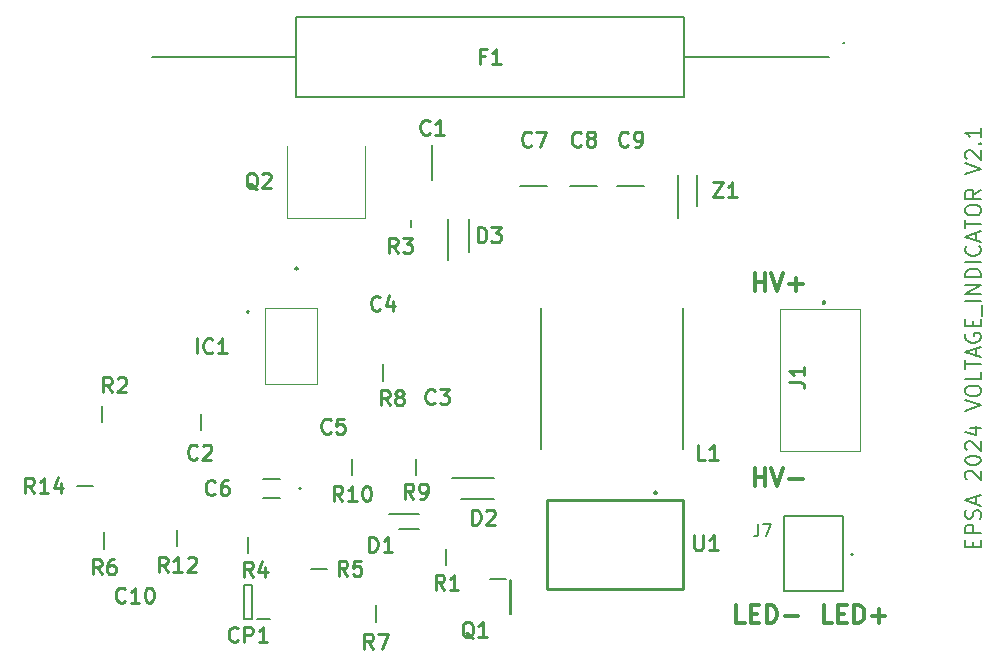
<source format=gbr>
%TF.GenerationSoftware,KiCad,Pcbnew,8.0.2*%
%TF.CreationDate,2024-09-26T14:02:11+02:00*%
%TF.ProjectId,Indicator_voltage,496e6469-6361-4746-9f72-5f766f6c7461,rev?*%
%TF.SameCoordinates,Original*%
%TF.FileFunction,Legend,Top*%
%TF.FilePolarity,Positive*%
%FSLAX46Y46*%
G04 Gerber Fmt 4.6, Leading zero omitted, Abs format (unit mm)*
G04 Created by KiCad (PCBNEW 8.0.2) date 2024-09-26 14:02:11*
%MOMM*%
%LPD*%
G01*
G04 APERTURE LIST*
%ADD10C,0.150000*%
%ADD11C,0.300000*%
%ADD12C,0.254000*%
%ADD13C,0.127000*%
%ADD14C,0.200000*%
%ADD15C,0.100000*%
G04 APERTURE END LIST*
D10*
X120952152Y-91991792D02*
X120952152Y-91558458D01*
X121633104Y-91372744D02*
X121633104Y-91991792D01*
X121633104Y-91991792D02*
X120333104Y-91991792D01*
X120333104Y-91991792D02*
X120333104Y-91372744D01*
X121633104Y-90815602D02*
X120333104Y-90815602D01*
X120333104Y-90815602D02*
X120333104Y-90320364D01*
X120333104Y-90320364D02*
X120395009Y-90196554D01*
X120395009Y-90196554D02*
X120456914Y-90134649D01*
X120456914Y-90134649D02*
X120580723Y-90072745D01*
X120580723Y-90072745D02*
X120766438Y-90072745D01*
X120766438Y-90072745D02*
X120890247Y-90134649D01*
X120890247Y-90134649D02*
X120952152Y-90196554D01*
X120952152Y-90196554D02*
X121014057Y-90320364D01*
X121014057Y-90320364D02*
X121014057Y-90815602D01*
X121571200Y-89577506D02*
X121633104Y-89391792D01*
X121633104Y-89391792D02*
X121633104Y-89082268D01*
X121633104Y-89082268D02*
X121571200Y-88958459D01*
X121571200Y-88958459D02*
X121509295Y-88896554D01*
X121509295Y-88896554D02*
X121385485Y-88834649D01*
X121385485Y-88834649D02*
X121261676Y-88834649D01*
X121261676Y-88834649D02*
X121137866Y-88896554D01*
X121137866Y-88896554D02*
X121075961Y-88958459D01*
X121075961Y-88958459D02*
X121014057Y-89082268D01*
X121014057Y-89082268D02*
X120952152Y-89329887D01*
X120952152Y-89329887D02*
X120890247Y-89453697D01*
X120890247Y-89453697D02*
X120828342Y-89515602D01*
X120828342Y-89515602D02*
X120704533Y-89577506D01*
X120704533Y-89577506D02*
X120580723Y-89577506D01*
X120580723Y-89577506D02*
X120456914Y-89515602D01*
X120456914Y-89515602D02*
X120395009Y-89453697D01*
X120395009Y-89453697D02*
X120333104Y-89329887D01*
X120333104Y-89329887D02*
X120333104Y-89020364D01*
X120333104Y-89020364D02*
X120395009Y-88834649D01*
X121261676Y-88339411D02*
X121261676Y-87720364D01*
X121633104Y-88463221D02*
X120333104Y-88029888D01*
X120333104Y-88029888D02*
X121633104Y-87596554D01*
X120456914Y-86234649D02*
X120395009Y-86172745D01*
X120395009Y-86172745D02*
X120333104Y-86048935D01*
X120333104Y-86048935D02*
X120333104Y-85739411D01*
X120333104Y-85739411D02*
X120395009Y-85615602D01*
X120395009Y-85615602D02*
X120456914Y-85553697D01*
X120456914Y-85553697D02*
X120580723Y-85491792D01*
X120580723Y-85491792D02*
X120704533Y-85491792D01*
X120704533Y-85491792D02*
X120890247Y-85553697D01*
X120890247Y-85553697D02*
X121633104Y-86296554D01*
X121633104Y-86296554D02*
X121633104Y-85491792D01*
X120333104Y-84687031D02*
X120333104Y-84563221D01*
X120333104Y-84563221D02*
X120395009Y-84439412D01*
X120395009Y-84439412D02*
X120456914Y-84377507D01*
X120456914Y-84377507D02*
X120580723Y-84315602D01*
X120580723Y-84315602D02*
X120828342Y-84253697D01*
X120828342Y-84253697D02*
X121137866Y-84253697D01*
X121137866Y-84253697D02*
X121385485Y-84315602D01*
X121385485Y-84315602D02*
X121509295Y-84377507D01*
X121509295Y-84377507D02*
X121571200Y-84439412D01*
X121571200Y-84439412D02*
X121633104Y-84563221D01*
X121633104Y-84563221D02*
X121633104Y-84687031D01*
X121633104Y-84687031D02*
X121571200Y-84810840D01*
X121571200Y-84810840D02*
X121509295Y-84872745D01*
X121509295Y-84872745D02*
X121385485Y-84934650D01*
X121385485Y-84934650D02*
X121137866Y-84996554D01*
X121137866Y-84996554D02*
X120828342Y-84996554D01*
X120828342Y-84996554D02*
X120580723Y-84934650D01*
X120580723Y-84934650D02*
X120456914Y-84872745D01*
X120456914Y-84872745D02*
X120395009Y-84810840D01*
X120395009Y-84810840D02*
X120333104Y-84687031D01*
X120456914Y-83758459D02*
X120395009Y-83696555D01*
X120395009Y-83696555D02*
X120333104Y-83572745D01*
X120333104Y-83572745D02*
X120333104Y-83263221D01*
X120333104Y-83263221D02*
X120395009Y-83139412D01*
X120395009Y-83139412D02*
X120456914Y-83077507D01*
X120456914Y-83077507D02*
X120580723Y-83015602D01*
X120580723Y-83015602D02*
X120704533Y-83015602D01*
X120704533Y-83015602D02*
X120890247Y-83077507D01*
X120890247Y-83077507D02*
X121633104Y-83820364D01*
X121633104Y-83820364D02*
X121633104Y-83015602D01*
X120766438Y-81901317D02*
X121633104Y-81901317D01*
X120271200Y-82210841D02*
X121199771Y-82520364D01*
X121199771Y-82520364D02*
X121199771Y-81715603D01*
X120333104Y-80415603D02*
X121633104Y-79982270D01*
X121633104Y-79982270D02*
X120333104Y-79548936D01*
X120333104Y-78867984D02*
X120333104Y-78620365D01*
X120333104Y-78620365D02*
X120395009Y-78496555D01*
X120395009Y-78496555D02*
X120518819Y-78372746D01*
X120518819Y-78372746D02*
X120766438Y-78310841D01*
X120766438Y-78310841D02*
X121199771Y-78310841D01*
X121199771Y-78310841D02*
X121447390Y-78372746D01*
X121447390Y-78372746D02*
X121571200Y-78496555D01*
X121571200Y-78496555D02*
X121633104Y-78620365D01*
X121633104Y-78620365D02*
X121633104Y-78867984D01*
X121633104Y-78867984D02*
X121571200Y-78991793D01*
X121571200Y-78991793D02*
X121447390Y-79115603D01*
X121447390Y-79115603D02*
X121199771Y-79177507D01*
X121199771Y-79177507D02*
X120766438Y-79177507D01*
X120766438Y-79177507D02*
X120518819Y-79115603D01*
X120518819Y-79115603D02*
X120395009Y-78991793D01*
X120395009Y-78991793D02*
X120333104Y-78867984D01*
X121633104Y-77134650D02*
X121633104Y-77753698D01*
X121633104Y-77753698D02*
X120333104Y-77753698D01*
X120333104Y-76887031D02*
X120333104Y-76144174D01*
X121633104Y-76515602D02*
X120333104Y-76515602D01*
X121261676Y-75772745D02*
X121261676Y-75153698D01*
X121633104Y-75896555D02*
X120333104Y-75463222D01*
X120333104Y-75463222D02*
X121633104Y-75029888D01*
X120395009Y-73915602D02*
X120333104Y-74039412D01*
X120333104Y-74039412D02*
X120333104Y-74225126D01*
X120333104Y-74225126D02*
X120395009Y-74410840D01*
X120395009Y-74410840D02*
X120518819Y-74534650D01*
X120518819Y-74534650D02*
X120642628Y-74596555D01*
X120642628Y-74596555D02*
X120890247Y-74658459D01*
X120890247Y-74658459D02*
X121075961Y-74658459D01*
X121075961Y-74658459D02*
X121323580Y-74596555D01*
X121323580Y-74596555D02*
X121447390Y-74534650D01*
X121447390Y-74534650D02*
X121571200Y-74410840D01*
X121571200Y-74410840D02*
X121633104Y-74225126D01*
X121633104Y-74225126D02*
X121633104Y-74101317D01*
X121633104Y-74101317D02*
X121571200Y-73915602D01*
X121571200Y-73915602D02*
X121509295Y-73853698D01*
X121509295Y-73853698D02*
X121075961Y-73853698D01*
X121075961Y-73853698D02*
X121075961Y-74101317D01*
X120952152Y-73296555D02*
X120952152Y-72863221D01*
X121633104Y-72677507D02*
X121633104Y-73296555D01*
X121633104Y-73296555D02*
X120333104Y-73296555D01*
X120333104Y-73296555D02*
X120333104Y-72677507D01*
X121756914Y-72429889D02*
X121756914Y-71439412D01*
X121633104Y-71129889D02*
X120333104Y-71129889D01*
X121633104Y-70510841D02*
X120333104Y-70510841D01*
X120333104Y-70510841D02*
X121633104Y-69767984D01*
X121633104Y-69767984D02*
X120333104Y-69767984D01*
X121633104Y-69148936D02*
X120333104Y-69148936D01*
X120333104Y-69148936D02*
X120333104Y-68839412D01*
X120333104Y-68839412D02*
X120395009Y-68653698D01*
X120395009Y-68653698D02*
X120518819Y-68529888D01*
X120518819Y-68529888D02*
X120642628Y-68467983D01*
X120642628Y-68467983D02*
X120890247Y-68406079D01*
X120890247Y-68406079D02*
X121075961Y-68406079D01*
X121075961Y-68406079D02*
X121323580Y-68467983D01*
X121323580Y-68467983D02*
X121447390Y-68529888D01*
X121447390Y-68529888D02*
X121571200Y-68653698D01*
X121571200Y-68653698D02*
X121633104Y-68839412D01*
X121633104Y-68839412D02*
X121633104Y-69148936D01*
X121633104Y-67848936D02*
X120333104Y-67848936D01*
X121509295Y-66487031D02*
X121571200Y-66548935D01*
X121571200Y-66548935D02*
X121633104Y-66734650D01*
X121633104Y-66734650D02*
X121633104Y-66858459D01*
X121633104Y-66858459D02*
X121571200Y-67044173D01*
X121571200Y-67044173D02*
X121447390Y-67167983D01*
X121447390Y-67167983D02*
X121323580Y-67229888D01*
X121323580Y-67229888D02*
X121075961Y-67291792D01*
X121075961Y-67291792D02*
X120890247Y-67291792D01*
X120890247Y-67291792D02*
X120642628Y-67229888D01*
X120642628Y-67229888D02*
X120518819Y-67167983D01*
X120518819Y-67167983D02*
X120395009Y-67044173D01*
X120395009Y-67044173D02*
X120333104Y-66858459D01*
X120333104Y-66858459D02*
X120333104Y-66734650D01*
X120333104Y-66734650D02*
X120395009Y-66548935D01*
X120395009Y-66548935D02*
X120456914Y-66487031D01*
X121261676Y-65991792D02*
X121261676Y-65372745D01*
X121633104Y-66115602D02*
X120333104Y-65682269D01*
X120333104Y-65682269D02*
X121633104Y-65248935D01*
X120333104Y-65001316D02*
X120333104Y-64258459D01*
X121633104Y-64629887D02*
X120333104Y-64629887D01*
X120333104Y-63577507D02*
X120333104Y-63329888D01*
X120333104Y-63329888D02*
X120395009Y-63206078D01*
X120395009Y-63206078D02*
X120518819Y-63082269D01*
X120518819Y-63082269D02*
X120766438Y-63020364D01*
X120766438Y-63020364D02*
X121199771Y-63020364D01*
X121199771Y-63020364D02*
X121447390Y-63082269D01*
X121447390Y-63082269D02*
X121571200Y-63206078D01*
X121571200Y-63206078D02*
X121633104Y-63329888D01*
X121633104Y-63329888D02*
X121633104Y-63577507D01*
X121633104Y-63577507D02*
X121571200Y-63701316D01*
X121571200Y-63701316D02*
X121447390Y-63825126D01*
X121447390Y-63825126D02*
X121199771Y-63887030D01*
X121199771Y-63887030D02*
X120766438Y-63887030D01*
X120766438Y-63887030D02*
X120518819Y-63825126D01*
X120518819Y-63825126D02*
X120395009Y-63701316D01*
X120395009Y-63701316D02*
X120333104Y-63577507D01*
X121633104Y-61720364D02*
X121014057Y-62153697D01*
X121633104Y-62463221D02*
X120333104Y-62463221D01*
X120333104Y-62463221D02*
X120333104Y-61967983D01*
X120333104Y-61967983D02*
X120395009Y-61844173D01*
X120395009Y-61844173D02*
X120456914Y-61782268D01*
X120456914Y-61782268D02*
X120580723Y-61720364D01*
X120580723Y-61720364D02*
X120766438Y-61720364D01*
X120766438Y-61720364D02*
X120890247Y-61782268D01*
X120890247Y-61782268D02*
X120952152Y-61844173D01*
X120952152Y-61844173D02*
X121014057Y-61967983D01*
X121014057Y-61967983D02*
X121014057Y-62463221D01*
X120333104Y-60358459D02*
X121633104Y-59925126D01*
X121633104Y-59925126D02*
X120333104Y-59491792D01*
X120456914Y-59120363D02*
X120395009Y-59058459D01*
X120395009Y-59058459D02*
X120333104Y-58934649D01*
X120333104Y-58934649D02*
X120333104Y-58625125D01*
X120333104Y-58625125D02*
X120395009Y-58501316D01*
X120395009Y-58501316D02*
X120456914Y-58439411D01*
X120456914Y-58439411D02*
X120580723Y-58377506D01*
X120580723Y-58377506D02*
X120704533Y-58377506D01*
X120704533Y-58377506D02*
X120890247Y-58439411D01*
X120890247Y-58439411D02*
X121633104Y-59182268D01*
X121633104Y-59182268D02*
X121633104Y-58377506D01*
X121509295Y-57820364D02*
X121571200Y-57758459D01*
X121571200Y-57758459D02*
X121633104Y-57820364D01*
X121633104Y-57820364D02*
X121571200Y-57882268D01*
X121571200Y-57882268D02*
X121509295Y-57820364D01*
X121509295Y-57820364D02*
X121633104Y-57820364D01*
X121633104Y-56520363D02*
X121633104Y-57263220D01*
X121633104Y-56891792D02*
X120333104Y-56891792D01*
X120333104Y-56891792D02*
X120518819Y-57015601D01*
X120518819Y-57015601D02*
X120642628Y-57139411D01*
X120642628Y-57139411D02*
X120704533Y-57263220D01*
D11*
X102554510Y-70300828D02*
X102554510Y-68800828D01*
X102554510Y-69515114D02*
X103411653Y-69515114D01*
X103411653Y-70300828D02*
X103411653Y-68800828D01*
X103911654Y-68800828D02*
X104411654Y-70300828D01*
X104411654Y-70300828D02*
X104911654Y-68800828D01*
X105411653Y-69729400D02*
X106554511Y-69729400D01*
X105983082Y-70300828D02*
X105983082Y-69157971D01*
X109068796Y-98400828D02*
X108354510Y-98400828D01*
X108354510Y-98400828D02*
X108354510Y-96900828D01*
X109568796Y-97615114D02*
X110068796Y-97615114D01*
X110283082Y-98400828D02*
X109568796Y-98400828D01*
X109568796Y-98400828D02*
X109568796Y-96900828D01*
X109568796Y-96900828D02*
X110283082Y-96900828D01*
X110925939Y-98400828D02*
X110925939Y-96900828D01*
X110925939Y-96900828D02*
X111283082Y-96900828D01*
X111283082Y-96900828D02*
X111497368Y-96972257D01*
X111497368Y-96972257D02*
X111640225Y-97115114D01*
X111640225Y-97115114D02*
X111711654Y-97257971D01*
X111711654Y-97257971D02*
X111783082Y-97543685D01*
X111783082Y-97543685D02*
X111783082Y-97757971D01*
X111783082Y-97757971D02*
X111711654Y-98043685D01*
X111711654Y-98043685D02*
X111640225Y-98186542D01*
X111640225Y-98186542D02*
X111497368Y-98329400D01*
X111497368Y-98329400D02*
X111283082Y-98400828D01*
X111283082Y-98400828D02*
X110925939Y-98400828D01*
X112425939Y-97829400D02*
X113568797Y-97829400D01*
X112997368Y-98400828D02*
X112997368Y-97257971D01*
X101668796Y-98400828D02*
X100954510Y-98400828D01*
X100954510Y-98400828D02*
X100954510Y-96900828D01*
X102168796Y-97615114D02*
X102668796Y-97615114D01*
X102883082Y-98400828D02*
X102168796Y-98400828D01*
X102168796Y-98400828D02*
X102168796Y-96900828D01*
X102168796Y-96900828D02*
X102883082Y-96900828D01*
X103525939Y-98400828D02*
X103525939Y-96900828D01*
X103525939Y-96900828D02*
X103883082Y-96900828D01*
X103883082Y-96900828D02*
X104097368Y-96972257D01*
X104097368Y-96972257D02*
X104240225Y-97115114D01*
X104240225Y-97115114D02*
X104311654Y-97257971D01*
X104311654Y-97257971D02*
X104383082Y-97543685D01*
X104383082Y-97543685D02*
X104383082Y-97757971D01*
X104383082Y-97757971D02*
X104311654Y-98043685D01*
X104311654Y-98043685D02*
X104240225Y-98186542D01*
X104240225Y-98186542D02*
X104097368Y-98329400D01*
X104097368Y-98329400D02*
X103883082Y-98400828D01*
X103883082Y-98400828D02*
X103525939Y-98400828D01*
X105025939Y-97829400D02*
X106168797Y-97829400D01*
X102554510Y-86800828D02*
X102554510Y-85300828D01*
X102554510Y-86015114D02*
X103411653Y-86015114D01*
X103411653Y-86800828D02*
X103411653Y-85300828D01*
X103911654Y-85300828D02*
X104411654Y-86800828D01*
X104411654Y-86800828D02*
X104911654Y-85300828D01*
X105411653Y-86229400D02*
X106554511Y-86229400D01*
D12*
X49183571Y-96553365D02*
X49123095Y-96613842D01*
X49123095Y-96613842D02*
X48941666Y-96674318D01*
X48941666Y-96674318D02*
X48820714Y-96674318D01*
X48820714Y-96674318D02*
X48639285Y-96613842D01*
X48639285Y-96613842D02*
X48518333Y-96492889D01*
X48518333Y-96492889D02*
X48457856Y-96371937D01*
X48457856Y-96371937D02*
X48397380Y-96130032D01*
X48397380Y-96130032D02*
X48397380Y-95948603D01*
X48397380Y-95948603D02*
X48457856Y-95706699D01*
X48457856Y-95706699D02*
X48518333Y-95585746D01*
X48518333Y-95585746D02*
X48639285Y-95464794D01*
X48639285Y-95464794D02*
X48820714Y-95404318D01*
X48820714Y-95404318D02*
X48941666Y-95404318D01*
X48941666Y-95404318D02*
X49123095Y-95464794D01*
X49123095Y-95464794D02*
X49183571Y-95525270D01*
X50393095Y-96674318D02*
X49667380Y-96674318D01*
X50030237Y-96674318D02*
X50030237Y-95404318D01*
X50030237Y-95404318D02*
X49909285Y-95585746D01*
X49909285Y-95585746D02*
X49788333Y-95706699D01*
X49788333Y-95706699D02*
X49667380Y-95767175D01*
X51179285Y-95404318D02*
X51300238Y-95404318D01*
X51300238Y-95404318D02*
X51421190Y-95464794D01*
X51421190Y-95464794D02*
X51481666Y-95525270D01*
X51481666Y-95525270D02*
X51542142Y-95646222D01*
X51542142Y-95646222D02*
X51602619Y-95888127D01*
X51602619Y-95888127D02*
X51602619Y-96190508D01*
X51602619Y-96190508D02*
X51542142Y-96432413D01*
X51542142Y-96432413D02*
X51481666Y-96553365D01*
X51481666Y-96553365D02*
X51421190Y-96613842D01*
X51421190Y-96613842D02*
X51300238Y-96674318D01*
X51300238Y-96674318D02*
X51179285Y-96674318D01*
X51179285Y-96674318D02*
X51058333Y-96613842D01*
X51058333Y-96613842D02*
X50997857Y-96553365D01*
X50997857Y-96553365D02*
X50937380Y-96432413D01*
X50937380Y-96432413D02*
X50876904Y-96190508D01*
X50876904Y-96190508D02*
X50876904Y-95888127D01*
X50876904Y-95888127D02*
X50937380Y-95646222D01*
X50937380Y-95646222D02*
X50997857Y-95525270D01*
X50997857Y-95525270D02*
X51058333Y-95464794D01*
X51058333Y-95464794D02*
X51179285Y-95404318D01*
X75399956Y-79753365D02*
X75339480Y-79813842D01*
X75339480Y-79813842D02*
X75158051Y-79874318D01*
X75158051Y-79874318D02*
X75037099Y-79874318D01*
X75037099Y-79874318D02*
X74855670Y-79813842D01*
X74855670Y-79813842D02*
X74734718Y-79692889D01*
X74734718Y-79692889D02*
X74674241Y-79571937D01*
X74674241Y-79571937D02*
X74613765Y-79330032D01*
X74613765Y-79330032D02*
X74613765Y-79148603D01*
X74613765Y-79148603D02*
X74674241Y-78906699D01*
X74674241Y-78906699D02*
X74734718Y-78785746D01*
X74734718Y-78785746D02*
X74855670Y-78664794D01*
X74855670Y-78664794D02*
X75037099Y-78604318D01*
X75037099Y-78604318D02*
X75158051Y-78604318D01*
X75158051Y-78604318D02*
X75339480Y-78664794D01*
X75339480Y-78664794D02*
X75399956Y-78725270D01*
X75823289Y-78604318D02*
X76609480Y-78604318D01*
X76609480Y-78604318D02*
X76186146Y-79088127D01*
X76186146Y-79088127D02*
X76367575Y-79088127D01*
X76367575Y-79088127D02*
X76488527Y-79148603D01*
X76488527Y-79148603D02*
X76549003Y-79209080D01*
X76549003Y-79209080D02*
X76609480Y-79330032D01*
X76609480Y-79330032D02*
X76609480Y-79632413D01*
X76609480Y-79632413D02*
X76549003Y-79753365D01*
X76549003Y-79753365D02*
X76488527Y-79813842D01*
X76488527Y-79813842D02*
X76367575Y-79874318D01*
X76367575Y-79874318D02*
X76004718Y-79874318D01*
X76004718Y-79874318D02*
X75883765Y-79813842D01*
X75883765Y-79813842D02*
X75823289Y-79753365D01*
X98308333Y-84584318D02*
X97703571Y-84584318D01*
X97703571Y-84584318D02*
X97703571Y-83314318D01*
X99396905Y-84584318D02*
X98671190Y-84584318D01*
X99034047Y-84584318D02*
X99034047Y-83314318D01*
X99034047Y-83314318D02*
X98913095Y-83495746D01*
X98913095Y-83495746D02*
X98792143Y-83616699D01*
X98792143Y-83616699D02*
X98671190Y-83677175D01*
X55288333Y-84453365D02*
X55227857Y-84513842D01*
X55227857Y-84513842D02*
X55046428Y-84574318D01*
X55046428Y-84574318D02*
X54925476Y-84574318D01*
X54925476Y-84574318D02*
X54744047Y-84513842D01*
X54744047Y-84513842D02*
X54623095Y-84392889D01*
X54623095Y-84392889D02*
X54562618Y-84271937D01*
X54562618Y-84271937D02*
X54502142Y-84030032D01*
X54502142Y-84030032D02*
X54502142Y-83848603D01*
X54502142Y-83848603D02*
X54562618Y-83606699D01*
X54562618Y-83606699D02*
X54623095Y-83485746D01*
X54623095Y-83485746D02*
X54744047Y-83364794D01*
X54744047Y-83364794D02*
X54925476Y-83304318D01*
X54925476Y-83304318D02*
X55046428Y-83304318D01*
X55046428Y-83304318D02*
X55227857Y-83364794D01*
X55227857Y-83364794D02*
X55288333Y-83425270D01*
X55772142Y-83425270D02*
X55832618Y-83364794D01*
X55832618Y-83364794D02*
X55953571Y-83304318D01*
X55953571Y-83304318D02*
X56255952Y-83304318D01*
X56255952Y-83304318D02*
X56376904Y-83364794D01*
X56376904Y-83364794D02*
X56437380Y-83425270D01*
X56437380Y-83425270D02*
X56497857Y-83546222D01*
X56497857Y-83546222D02*
X56497857Y-83667175D01*
X56497857Y-83667175D02*
X56437380Y-83848603D01*
X56437380Y-83848603D02*
X55711666Y-84574318D01*
X55711666Y-84574318D02*
X56497857Y-84574318D01*
X74988333Y-56953365D02*
X74927857Y-57013842D01*
X74927857Y-57013842D02*
X74746428Y-57074318D01*
X74746428Y-57074318D02*
X74625476Y-57074318D01*
X74625476Y-57074318D02*
X74444047Y-57013842D01*
X74444047Y-57013842D02*
X74323095Y-56892889D01*
X74323095Y-56892889D02*
X74262618Y-56771937D01*
X74262618Y-56771937D02*
X74202142Y-56530032D01*
X74202142Y-56530032D02*
X74202142Y-56348603D01*
X74202142Y-56348603D02*
X74262618Y-56106699D01*
X74262618Y-56106699D02*
X74323095Y-55985746D01*
X74323095Y-55985746D02*
X74444047Y-55864794D01*
X74444047Y-55864794D02*
X74625476Y-55804318D01*
X74625476Y-55804318D02*
X74746428Y-55804318D01*
X74746428Y-55804318D02*
X74927857Y-55864794D01*
X74927857Y-55864794D02*
X74988333Y-55925270D01*
X76197857Y-57074318D02*
X75472142Y-57074318D01*
X75834999Y-57074318D02*
X75834999Y-55804318D01*
X75834999Y-55804318D02*
X75714047Y-55985746D01*
X75714047Y-55985746D02*
X75593095Y-56106699D01*
X75593095Y-56106699D02*
X75472142Y-56167175D01*
X105444318Y-77986332D02*
X106351461Y-77986332D01*
X106351461Y-77986332D02*
X106532889Y-78046809D01*
X106532889Y-78046809D02*
X106653842Y-78167761D01*
X106653842Y-78167761D02*
X106714318Y-78349190D01*
X106714318Y-78349190D02*
X106714318Y-78470142D01*
X106714318Y-76716332D02*
X106714318Y-77442047D01*
X106714318Y-77079190D02*
X105444318Y-77079190D01*
X105444318Y-77079190D02*
X105625746Y-77200142D01*
X105625746Y-77200142D02*
X105746699Y-77321094D01*
X105746699Y-77321094D02*
X105807175Y-77442047D01*
X41483571Y-87374318D02*
X41060237Y-86769556D01*
X40757856Y-87374318D02*
X40757856Y-86104318D01*
X40757856Y-86104318D02*
X41241666Y-86104318D01*
X41241666Y-86104318D02*
X41362618Y-86164794D01*
X41362618Y-86164794D02*
X41423095Y-86225270D01*
X41423095Y-86225270D02*
X41483571Y-86346222D01*
X41483571Y-86346222D02*
X41483571Y-86527651D01*
X41483571Y-86527651D02*
X41423095Y-86648603D01*
X41423095Y-86648603D02*
X41362618Y-86709080D01*
X41362618Y-86709080D02*
X41241666Y-86769556D01*
X41241666Y-86769556D02*
X40757856Y-86769556D01*
X42693095Y-87374318D02*
X41967380Y-87374318D01*
X42330237Y-87374318D02*
X42330237Y-86104318D01*
X42330237Y-86104318D02*
X42209285Y-86285746D01*
X42209285Y-86285746D02*
X42088333Y-86406699D01*
X42088333Y-86406699D02*
X41967380Y-86467175D01*
X43781666Y-86527651D02*
X43781666Y-87374318D01*
X43479285Y-86043842D02*
X43176904Y-86950984D01*
X43176904Y-86950984D02*
X43963095Y-86950984D01*
X83588333Y-57953365D02*
X83527857Y-58013842D01*
X83527857Y-58013842D02*
X83346428Y-58074318D01*
X83346428Y-58074318D02*
X83225476Y-58074318D01*
X83225476Y-58074318D02*
X83044047Y-58013842D01*
X83044047Y-58013842D02*
X82923095Y-57892889D01*
X82923095Y-57892889D02*
X82862618Y-57771937D01*
X82862618Y-57771937D02*
X82802142Y-57530032D01*
X82802142Y-57530032D02*
X82802142Y-57348603D01*
X82802142Y-57348603D02*
X82862618Y-57106699D01*
X82862618Y-57106699D02*
X82923095Y-56985746D01*
X82923095Y-56985746D02*
X83044047Y-56864794D01*
X83044047Y-56864794D02*
X83225476Y-56804318D01*
X83225476Y-56804318D02*
X83346428Y-56804318D01*
X83346428Y-56804318D02*
X83527857Y-56864794D01*
X83527857Y-56864794D02*
X83588333Y-56925270D01*
X84011666Y-56804318D02*
X84858333Y-56804318D01*
X84858333Y-56804318D02*
X84314047Y-58074318D01*
X76200234Y-95574318D02*
X75776900Y-94969556D01*
X75474519Y-95574318D02*
X75474519Y-94304318D01*
X75474519Y-94304318D02*
X75958329Y-94304318D01*
X75958329Y-94304318D02*
X76079281Y-94364794D01*
X76079281Y-94364794D02*
X76139758Y-94425270D01*
X76139758Y-94425270D02*
X76200234Y-94546222D01*
X76200234Y-94546222D02*
X76200234Y-94727651D01*
X76200234Y-94727651D02*
X76139758Y-94848603D01*
X76139758Y-94848603D02*
X76079281Y-94909080D01*
X76079281Y-94909080D02*
X75958329Y-94969556D01*
X75958329Y-94969556D02*
X75474519Y-94969556D01*
X77409758Y-95574318D02*
X76684043Y-95574318D01*
X77046900Y-95574318D02*
X77046900Y-94304318D01*
X77046900Y-94304318D02*
X76925948Y-94485746D01*
X76925948Y-94485746D02*
X76804996Y-94606699D01*
X76804996Y-94606699D02*
X76684043Y-94667175D01*
X78562618Y-90074318D02*
X78562618Y-88804318D01*
X78562618Y-88804318D02*
X78864999Y-88804318D01*
X78864999Y-88804318D02*
X79046428Y-88864794D01*
X79046428Y-88864794D02*
X79167380Y-88985746D01*
X79167380Y-88985746D02*
X79227857Y-89106699D01*
X79227857Y-89106699D02*
X79288333Y-89348603D01*
X79288333Y-89348603D02*
X79288333Y-89530032D01*
X79288333Y-89530032D02*
X79227857Y-89771937D01*
X79227857Y-89771937D02*
X79167380Y-89892889D01*
X79167380Y-89892889D02*
X79046428Y-90013842D01*
X79046428Y-90013842D02*
X78864999Y-90074318D01*
X78864999Y-90074318D02*
X78562618Y-90074318D01*
X79772142Y-88925270D02*
X79832618Y-88864794D01*
X79832618Y-88864794D02*
X79953571Y-88804318D01*
X79953571Y-88804318D02*
X80255952Y-88804318D01*
X80255952Y-88804318D02*
X80376904Y-88864794D01*
X80376904Y-88864794D02*
X80437380Y-88925270D01*
X80437380Y-88925270D02*
X80497857Y-89046222D01*
X80497857Y-89046222D02*
X80497857Y-89167175D01*
X80497857Y-89167175D02*
X80437380Y-89348603D01*
X80437380Y-89348603D02*
X79711666Y-90074318D01*
X79711666Y-90074318D02*
X80497857Y-90074318D01*
D10*
X102806666Y-90054819D02*
X102806666Y-90769104D01*
X102806666Y-90769104D02*
X102759047Y-90911961D01*
X102759047Y-90911961D02*
X102663809Y-91007200D01*
X102663809Y-91007200D02*
X102520952Y-91054819D01*
X102520952Y-91054819D02*
X102425714Y-91054819D01*
X103187619Y-90054819D02*
X103854285Y-90054819D01*
X103854285Y-90054819D02*
X103425714Y-91054819D01*
D12*
X48088333Y-78874318D02*
X47664999Y-78269556D01*
X47362618Y-78874318D02*
X47362618Y-77604318D01*
X47362618Y-77604318D02*
X47846428Y-77604318D01*
X47846428Y-77604318D02*
X47967380Y-77664794D01*
X47967380Y-77664794D02*
X48027857Y-77725270D01*
X48027857Y-77725270D02*
X48088333Y-77846222D01*
X48088333Y-77846222D02*
X48088333Y-78027651D01*
X48088333Y-78027651D02*
X48027857Y-78148603D01*
X48027857Y-78148603D02*
X47967380Y-78209080D01*
X47967380Y-78209080D02*
X47846428Y-78269556D01*
X47846428Y-78269556D02*
X47362618Y-78269556D01*
X48572142Y-77725270D02*
X48632618Y-77664794D01*
X48632618Y-77664794D02*
X48753571Y-77604318D01*
X48753571Y-77604318D02*
X49055952Y-77604318D01*
X49055952Y-77604318D02*
X49176904Y-77664794D01*
X49176904Y-77664794D02*
X49237380Y-77725270D01*
X49237380Y-77725270D02*
X49297857Y-77846222D01*
X49297857Y-77846222D02*
X49297857Y-77967175D01*
X49297857Y-77967175D02*
X49237380Y-78148603D01*
X49237380Y-78148603D02*
X48511666Y-78874318D01*
X48511666Y-78874318D02*
X49297857Y-78874318D01*
X97377168Y-90973690D02*
X97377168Y-92001785D01*
X97377168Y-92001785D02*
X97437645Y-92122737D01*
X97437645Y-92122737D02*
X97498121Y-92183214D01*
X97498121Y-92183214D02*
X97619073Y-92243690D01*
X97619073Y-92243690D02*
X97860978Y-92243690D01*
X97860978Y-92243690D02*
X97981930Y-92183214D01*
X97981930Y-92183214D02*
X98042407Y-92122737D01*
X98042407Y-92122737D02*
X98102883Y-92001785D01*
X98102883Y-92001785D02*
X98102883Y-90973690D01*
X99372883Y-92243690D02*
X98647168Y-92243690D01*
X99010025Y-92243690D02*
X99010025Y-90973690D01*
X99010025Y-90973690D02*
X98889073Y-91155118D01*
X98889073Y-91155118D02*
X98768121Y-91276071D01*
X98768121Y-91276071D02*
X98647168Y-91336547D01*
X79062618Y-66174318D02*
X79062618Y-64904318D01*
X79062618Y-64904318D02*
X79364999Y-64904318D01*
X79364999Y-64904318D02*
X79546428Y-64964794D01*
X79546428Y-64964794D02*
X79667380Y-65085746D01*
X79667380Y-65085746D02*
X79727857Y-65206699D01*
X79727857Y-65206699D02*
X79788333Y-65448603D01*
X79788333Y-65448603D02*
X79788333Y-65630032D01*
X79788333Y-65630032D02*
X79727857Y-65871937D01*
X79727857Y-65871937D02*
X79667380Y-65992889D01*
X79667380Y-65992889D02*
X79546428Y-66113842D01*
X79546428Y-66113842D02*
X79364999Y-66174318D01*
X79364999Y-66174318D02*
X79062618Y-66174318D01*
X80211666Y-64904318D02*
X80997857Y-64904318D01*
X80997857Y-64904318D02*
X80574523Y-65388127D01*
X80574523Y-65388127D02*
X80755952Y-65388127D01*
X80755952Y-65388127D02*
X80876904Y-65448603D01*
X80876904Y-65448603D02*
X80937380Y-65509080D01*
X80937380Y-65509080D02*
X80997857Y-65630032D01*
X80997857Y-65630032D02*
X80997857Y-65932413D01*
X80997857Y-65932413D02*
X80937380Y-66053365D01*
X80937380Y-66053365D02*
X80876904Y-66113842D01*
X80876904Y-66113842D02*
X80755952Y-66174318D01*
X80755952Y-66174318D02*
X80393095Y-66174318D01*
X80393095Y-66174318D02*
X80272142Y-66113842D01*
X80272142Y-66113842D02*
X80211666Y-66053365D01*
X98971904Y-61104318D02*
X99818571Y-61104318D01*
X99818571Y-61104318D02*
X98971904Y-62374318D01*
X98971904Y-62374318D02*
X99818571Y-62374318D01*
X100967619Y-62374318D02*
X100241904Y-62374318D01*
X100604761Y-62374318D02*
X100604761Y-61104318D01*
X100604761Y-61104318D02*
X100483809Y-61285746D01*
X100483809Y-61285746D02*
X100362857Y-61406699D01*
X100362857Y-61406699D02*
X100241904Y-61467175D01*
X52795472Y-94074318D02*
X52372138Y-93469556D01*
X52069757Y-94074318D02*
X52069757Y-92804318D01*
X52069757Y-92804318D02*
X52553567Y-92804318D01*
X52553567Y-92804318D02*
X52674519Y-92864794D01*
X52674519Y-92864794D02*
X52734996Y-92925270D01*
X52734996Y-92925270D02*
X52795472Y-93046222D01*
X52795472Y-93046222D02*
X52795472Y-93227651D01*
X52795472Y-93227651D02*
X52734996Y-93348603D01*
X52734996Y-93348603D02*
X52674519Y-93409080D01*
X52674519Y-93409080D02*
X52553567Y-93469556D01*
X52553567Y-93469556D02*
X52069757Y-93469556D01*
X54004996Y-94074318D02*
X53279281Y-94074318D01*
X53642138Y-94074318D02*
X53642138Y-92804318D01*
X53642138Y-92804318D02*
X53521186Y-92985746D01*
X53521186Y-92985746D02*
X53400234Y-93106699D01*
X53400234Y-93106699D02*
X53279281Y-93167175D01*
X54488805Y-92925270D02*
X54549281Y-92864794D01*
X54549281Y-92864794D02*
X54670234Y-92804318D01*
X54670234Y-92804318D02*
X54972615Y-92804318D01*
X54972615Y-92804318D02*
X55093567Y-92864794D01*
X55093567Y-92864794D02*
X55154043Y-92925270D01*
X55154043Y-92925270D02*
X55214520Y-93046222D01*
X55214520Y-93046222D02*
X55214520Y-93167175D01*
X55214520Y-93167175D02*
X55154043Y-93348603D01*
X55154043Y-93348603D02*
X54428329Y-94074318D01*
X54428329Y-94074318D02*
X55214520Y-94074318D01*
X72288333Y-67074318D02*
X71864999Y-66469556D01*
X71562618Y-67074318D02*
X71562618Y-65804318D01*
X71562618Y-65804318D02*
X72046428Y-65804318D01*
X72046428Y-65804318D02*
X72167380Y-65864794D01*
X72167380Y-65864794D02*
X72227857Y-65925270D01*
X72227857Y-65925270D02*
X72288333Y-66046222D01*
X72288333Y-66046222D02*
X72288333Y-66227651D01*
X72288333Y-66227651D02*
X72227857Y-66348603D01*
X72227857Y-66348603D02*
X72167380Y-66409080D01*
X72167380Y-66409080D02*
X72046428Y-66469556D01*
X72046428Y-66469556D02*
X71562618Y-66469556D01*
X72711666Y-65804318D02*
X73497857Y-65804318D01*
X73497857Y-65804318D02*
X73074523Y-66288127D01*
X73074523Y-66288127D02*
X73255952Y-66288127D01*
X73255952Y-66288127D02*
X73376904Y-66348603D01*
X73376904Y-66348603D02*
X73437380Y-66409080D01*
X73437380Y-66409080D02*
X73497857Y-66530032D01*
X73497857Y-66530032D02*
X73497857Y-66832413D01*
X73497857Y-66832413D02*
X73437380Y-66953365D01*
X73437380Y-66953365D02*
X73376904Y-67013842D01*
X73376904Y-67013842D02*
X73255952Y-67074318D01*
X73255952Y-67074318D02*
X72893095Y-67074318D01*
X72893095Y-67074318D02*
X72772142Y-67013842D01*
X72772142Y-67013842D02*
X72711666Y-66953365D01*
X71588333Y-79974318D02*
X71164999Y-79369556D01*
X70862618Y-79974318D02*
X70862618Y-78704318D01*
X70862618Y-78704318D02*
X71346428Y-78704318D01*
X71346428Y-78704318D02*
X71467380Y-78764794D01*
X71467380Y-78764794D02*
X71527857Y-78825270D01*
X71527857Y-78825270D02*
X71588333Y-78946222D01*
X71588333Y-78946222D02*
X71588333Y-79127651D01*
X71588333Y-79127651D02*
X71527857Y-79248603D01*
X71527857Y-79248603D02*
X71467380Y-79309080D01*
X71467380Y-79309080D02*
X71346428Y-79369556D01*
X71346428Y-79369556D02*
X70862618Y-79369556D01*
X72314047Y-79248603D02*
X72193095Y-79188127D01*
X72193095Y-79188127D02*
X72132618Y-79127651D01*
X72132618Y-79127651D02*
X72072142Y-79006699D01*
X72072142Y-79006699D02*
X72072142Y-78946222D01*
X72072142Y-78946222D02*
X72132618Y-78825270D01*
X72132618Y-78825270D02*
X72193095Y-78764794D01*
X72193095Y-78764794D02*
X72314047Y-78704318D01*
X72314047Y-78704318D02*
X72555952Y-78704318D01*
X72555952Y-78704318D02*
X72676904Y-78764794D01*
X72676904Y-78764794D02*
X72737380Y-78825270D01*
X72737380Y-78825270D02*
X72797857Y-78946222D01*
X72797857Y-78946222D02*
X72797857Y-79006699D01*
X72797857Y-79006699D02*
X72737380Y-79127651D01*
X72737380Y-79127651D02*
X72676904Y-79188127D01*
X72676904Y-79188127D02*
X72555952Y-79248603D01*
X72555952Y-79248603D02*
X72314047Y-79248603D01*
X72314047Y-79248603D02*
X72193095Y-79309080D01*
X72193095Y-79309080D02*
X72132618Y-79369556D01*
X72132618Y-79369556D02*
X72072142Y-79490508D01*
X72072142Y-79490508D02*
X72072142Y-79732413D01*
X72072142Y-79732413D02*
X72132618Y-79853365D01*
X72132618Y-79853365D02*
X72193095Y-79913842D01*
X72193095Y-79913842D02*
X72314047Y-79974318D01*
X72314047Y-79974318D02*
X72555952Y-79974318D01*
X72555952Y-79974318D02*
X72676904Y-79913842D01*
X72676904Y-79913842D02*
X72737380Y-79853365D01*
X72737380Y-79853365D02*
X72797857Y-79732413D01*
X72797857Y-79732413D02*
X72797857Y-79490508D01*
X72797857Y-79490508D02*
X72737380Y-79369556D01*
X72737380Y-79369556D02*
X72676904Y-79309080D01*
X72676904Y-79309080D02*
X72555952Y-79248603D01*
X78679047Y-99695270D02*
X78558095Y-99634794D01*
X78558095Y-99634794D02*
X78437142Y-99513842D01*
X78437142Y-99513842D02*
X78255714Y-99332413D01*
X78255714Y-99332413D02*
X78134761Y-99271937D01*
X78134761Y-99271937D02*
X78013809Y-99271937D01*
X78074285Y-99574318D02*
X77953333Y-99513842D01*
X77953333Y-99513842D02*
X77832380Y-99392889D01*
X77832380Y-99392889D02*
X77771904Y-99150984D01*
X77771904Y-99150984D02*
X77771904Y-98727651D01*
X77771904Y-98727651D02*
X77832380Y-98485746D01*
X77832380Y-98485746D02*
X77953333Y-98364794D01*
X77953333Y-98364794D02*
X78074285Y-98304318D01*
X78074285Y-98304318D02*
X78316190Y-98304318D01*
X78316190Y-98304318D02*
X78437142Y-98364794D01*
X78437142Y-98364794D02*
X78558095Y-98485746D01*
X78558095Y-98485746D02*
X78618571Y-98727651D01*
X78618571Y-98727651D02*
X78618571Y-99150984D01*
X78618571Y-99150984D02*
X78558095Y-99392889D01*
X78558095Y-99392889D02*
X78437142Y-99513842D01*
X78437142Y-99513842D02*
X78316190Y-99574318D01*
X78316190Y-99574318D02*
X78074285Y-99574318D01*
X79828095Y-99574318D02*
X79102380Y-99574318D01*
X79465237Y-99574318D02*
X79465237Y-98304318D01*
X79465237Y-98304318D02*
X79344285Y-98485746D01*
X79344285Y-98485746D02*
X79223333Y-98606699D01*
X79223333Y-98606699D02*
X79102380Y-98667175D01*
X59988333Y-94474318D02*
X59564999Y-93869556D01*
X59262618Y-94474318D02*
X59262618Y-93204318D01*
X59262618Y-93204318D02*
X59746428Y-93204318D01*
X59746428Y-93204318D02*
X59867380Y-93264794D01*
X59867380Y-93264794D02*
X59927857Y-93325270D01*
X59927857Y-93325270D02*
X59988333Y-93446222D01*
X59988333Y-93446222D02*
X59988333Y-93627651D01*
X59988333Y-93627651D02*
X59927857Y-93748603D01*
X59927857Y-93748603D02*
X59867380Y-93809080D01*
X59867380Y-93809080D02*
X59746428Y-93869556D01*
X59746428Y-93869556D02*
X59262618Y-93869556D01*
X61076904Y-93627651D02*
X61076904Y-94474318D01*
X60774523Y-93143842D02*
X60472142Y-94050984D01*
X60472142Y-94050984D02*
X61258333Y-94050984D01*
X47200234Y-94274318D02*
X46776900Y-93669556D01*
X46474519Y-94274318D02*
X46474519Y-93004318D01*
X46474519Y-93004318D02*
X46958329Y-93004318D01*
X46958329Y-93004318D02*
X47079281Y-93064794D01*
X47079281Y-93064794D02*
X47139758Y-93125270D01*
X47139758Y-93125270D02*
X47200234Y-93246222D01*
X47200234Y-93246222D02*
X47200234Y-93427651D01*
X47200234Y-93427651D02*
X47139758Y-93548603D01*
X47139758Y-93548603D02*
X47079281Y-93609080D01*
X47079281Y-93609080D02*
X46958329Y-93669556D01*
X46958329Y-93669556D02*
X46474519Y-93669556D01*
X48288805Y-93004318D02*
X48046900Y-93004318D01*
X48046900Y-93004318D02*
X47925948Y-93064794D01*
X47925948Y-93064794D02*
X47865472Y-93125270D01*
X47865472Y-93125270D02*
X47744519Y-93306699D01*
X47744519Y-93306699D02*
X47684043Y-93548603D01*
X47684043Y-93548603D02*
X47684043Y-94032413D01*
X47684043Y-94032413D02*
X47744519Y-94153365D01*
X47744519Y-94153365D02*
X47804996Y-94213842D01*
X47804996Y-94213842D02*
X47925948Y-94274318D01*
X47925948Y-94274318D02*
X48167853Y-94274318D01*
X48167853Y-94274318D02*
X48288805Y-94213842D01*
X48288805Y-94213842D02*
X48349281Y-94153365D01*
X48349281Y-94153365D02*
X48409758Y-94032413D01*
X48409758Y-94032413D02*
X48409758Y-93730032D01*
X48409758Y-93730032D02*
X48349281Y-93609080D01*
X48349281Y-93609080D02*
X48288805Y-93548603D01*
X48288805Y-93548603D02*
X48167853Y-93488127D01*
X48167853Y-93488127D02*
X47925948Y-93488127D01*
X47925948Y-93488127D02*
X47804996Y-93548603D01*
X47804996Y-93548603D02*
X47744519Y-93609080D01*
X47744519Y-93609080D02*
X47684043Y-93730032D01*
X91788333Y-57953365D02*
X91727857Y-58013842D01*
X91727857Y-58013842D02*
X91546428Y-58074318D01*
X91546428Y-58074318D02*
X91425476Y-58074318D01*
X91425476Y-58074318D02*
X91244047Y-58013842D01*
X91244047Y-58013842D02*
X91123095Y-57892889D01*
X91123095Y-57892889D02*
X91062618Y-57771937D01*
X91062618Y-57771937D02*
X91002142Y-57530032D01*
X91002142Y-57530032D02*
X91002142Y-57348603D01*
X91002142Y-57348603D02*
X91062618Y-57106699D01*
X91062618Y-57106699D02*
X91123095Y-56985746D01*
X91123095Y-56985746D02*
X91244047Y-56864794D01*
X91244047Y-56864794D02*
X91425476Y-56804318D01*
X91425476Y-56804318D02*
X91546428Y-56804318D01*
X91546428Y-56804318D02*
X91727857Y-56864794D01*
X91727857Y-56864794D02*
X91788333Y-56925270D01*
X92393095Y-58074318D02*
X92634999Y-58074318D01*
X92634999Y-58074318D02*
X92755952Y-58013842D01*
X92755952Y-58013842D02*
X92816428Y-57953365D01*
X92816428Y-57953365D02*
X92937380Y-57771937D01*
X92937380Y-57771937D02*
X92997857Y-57530032D01*
X92997857Y-57530032D02*
X92997857Y-57046222D01*
X92997857Y-57046222D02*
X92937380Y-56925270D01*
X92937380Y-56925270D02*
X92876904Y-56864794D01*
X92876904Y-56864794D02*
X92755952Y-56804318D01*
X92755952Y-56804318D02*
X92514047Y-56804318D01*
X92514047Y-56804318D02*
X92393095Y-56864794D01*
X92393095Y-56864794D02*
X92332618Y-56925270D01*
X92332618Y-56925270D02*
X92272142Y-57046222D01*
X92272142Y-57046222D02*
X92272142Y-57348603D01*
X92272142Y-57348603D02*
X92332618Y-57469556D01*
X92332618Y-57469556D02*
X92393095Y-57530032D01*
X92393095Y-57530032D02*
X92514047Y-57590508D01*
X92514047Y-57590508D02*
X92755952Y-57590508D01*
X92755952Y-57590508D02*
X92876904Y-57530032D01*
X92876904Y-57530032D02*
X92937380Y-57469556D01*
X92937380Y-57469556D02*
X92997857Y-57348603D01*
X79656667Y-50409080D02*
X79233333Y-50409080D01*
X79233333Y-51074318D02*
X79233333Y-49804318D01*
X79233333Y-49804318D02*
X79838095Y-49804318D01*
X80987143Y-51074318D02*
X80261428Y-51074318D01*
X80624285Y-51074318D02*
X80624285Y-49804318D01*
X80624285Y-49804318D02*
X80503333Y-49985746D01*
X80503333Y-49985746D02*
X80382381Y-50106699D01*
X80382381Y-50106699D02*
X80261428Y-50167175D01*
X66588333Y-82253365D02*
X66527857Y-82313842D01*
X66527857Y-82313842D02*
X66346428Y-82374318D01*
X66346428Y-82374318D02*
X66225476Y-82374318D01*
X66225476Y-82374318D02*
X66044047Y-82313842D01*
X66044047Y-82313842D02*
X65923095Y-82192889D01*
X65923095Y-82192889D02*
X65862618Y-82071937D01*
X65862618Y-82071937D02*
X65802142Y-81830032D01*
X65802142Y-81830032D02*
X65802142Y-81648603D01*
X65802142Y-81648603D02*
X65862618Y-81406699D01*
X65862618Y-81406699D02*
X65923095Y-81285746D01*
X65923095Y-81285746D02*
X66044047Y-81164794D01*
X66044047Y-81164794D02*
X66225476Y-81104318D01*
X66225476Y-81104318D02*
X66346428Y-81104318D01*
X66346428Y-81104318D02*
X66527857Y-81164794D01*
X66527857Y-81164794D02*
X66588333Y-81225270D01*
X67737380Y-81104318D02*
X67132618Y-81104318D01*
X67132618Y-81104318D02*
X67072142Y-81709080D01*
X67072142Y-81709080D02*
X67132618Y-81648603D01*
X67132618Y-81648603D02*
X67253571Y-81588127D01*
X67253571Y-81588127D02*
X67555952Y-81588127D01*
X67555952Y-81588127D02*
X67676904Y-81648603D01*
X67676904Y-81648603D02*
X67737380Y-81709080D01*
X67737380Y-81709080D02*
X67797857Y-81830032D01*
X67797857Y-81830032D02*
X67797857Y-82132413D01*
X67797857Y-82132413D02*
X67737380Y-82253365D01*
X67737380Y-82253365D02*
X67676904Y-82313842D01*
X67676904Y-82313842D02*
X67555952Y-82374318D01*
X67555952Y-82374318D02*
X67253571Y-82374318D01*
X67253571Y-82374318D02*
X67132618Y-82313842D01*
X67132618Y-82313842D02*
X67072142Y-82253365D01*
X67988333Y-94386219D02*
X67564999Y-93781457D01*
X67262618Y-94386219D02*
X67262618Y-93116219D01*
X67262618Y-93116219D02*
X67746428Y-93116219D01*
X67746428Y-93116219D02*
X67867380Y-93176695D01*
X67867380Y-93176695D02*
X67927857Y-93237171D01*
X67927857Y-93237171D02*
X67988333Y-93358123D01*
X67988333Y-93358123D02*
X67988333Y-93539552D01*
X67988333Y-93539552D02*
X67927857Y-93660504D01*
X67927857Y-93660504D02*
X67867380Y-93720981D01*
X67867380Y-93720981D02*
X67746428Y-93781457D01*
X67746428Y-93781457D02*
X67262618Y-93781457D01*
X69137380Y-93116219D02*
X68532618Y-93116219D01*
X68532618Y-93116219D02*
X68472142Y-93720981D01*
X68472142Y-93720981D02*
X68532618Y-93660504D01*
X68532618Y-93660504D02*
X68653571Y-93600028D01*
X68653571Y-93600028D02*
X68955952Y-93600028D01*
X68955952Y-93600028D02*
X69076904Y-93660504D01*
X69076904Y-93660504D02*
X69137380Y-93720981D01*
X69137380Y-93720981D02*
X69197857Y-93841933D01*
X69197857Y-93841933D02*
X69197857Y-94144314D01*
X69197857Y-94144314D02*
X69137380Y-94265266D01*
X69137380Y-94265266D02*
X69076904Y-94325743D01*
X69076904Y-94325743D02*
X68955952Y-94386219D01*
X68955952Y-94386219D02*
X68653571Y-94386219D01*
X68653571Y-94386219D02*
X68532618Y-94325743D01*
X68532618Y-94325743D02*
X68472142Y-94265266D01*
X67595472Y-88074318D02*
X67172138Y-87469556D01*
X66869757Y-88074318D02*
X66869757Y-86804318D01*
X66869757Y-86804318D02*
X67353567Y-86804318D01*
X67353567Y-86804318D02*
X67474519Y-86864794D01*
X67474519Y-86864794D02*
X67534996Y-86925270D01*
X67534996Y-86925270D02*
X67595472Y-87046222D01*
X67595472Y-87046222D02*
X67595472Y-87227651D01*
X67595472Y-87227651D02*
X67534996Y-87348603D01*
X67534996Y-87348603D02*
X67474519Y-87409080D01*
X67474519Y-87409080D02*
X67353567Y-87469556D01*
X67353567Y-87469556D02*
X66869757Y-87469556D01*
X68804996Y-88074318D02*
X68079281Y-88074318D01*
X68442138Y-88074318D02*
X68442138Y-86804318D01*
X68442138Y-86804318D02*
X68321186Y-86985746D01*
X68321186Y-86985746D02*
X68200234Y-87106699D01*
X68200234Y-87106699D02*
X68079281Y-87167175D01*
X69591186Y-86804318D02*
X69712139Y-86804318D01*
X69712139Y-86804318D02*
X69833091Y-86864794D01*
X69833091Y-86864794D02*
X69893567Y-86925270D01*
X69893567Y-86925270D02*
X69954043Y-87046222D01*
X69954043Y-87046222D02*
X70014520Y-87288127D01*
X70014520Y-87288127D02*
X70014520Y-87590508D01*
X70014520Y-87590508D02*
X69954043Y-87832413D01*
X69954043Y-87832413D02*
X69893567Y-87953365D01*
X69893567Y-87953365D02*
X69833091Y-88013842D01*
X69833091Y-88013842D02*
X69712139Y-88074318D01*
X69712139Y-88074318D02*
X69591186Y-88074318D01*
X69591186Y-88074318D02*
X69470234Y-88013842D01*
X69470234Y-88013842D02*
X69409758Y-87953365D01*
X69409758Y-87953365D02*
X69349281Y-87832413D01*
X69349281Y-87832413D02*
X69288805Y-87590508D01*
X69288805Y-87590508D02*
X69288805Y-87288127D01*
X69288805Y-87288127D02*
X69349281Y-87046222D01*
X69349281Y-87046222D02*
X69409758Y-86925270D01*
X69409758Y-86925270D02*
X69470234Y-86864794D01*
X69470234Y-86864794D02*
X69591186Y-86804318D01*
X55260237Y-75574318D02*
X55260237Y-74304318D01*
X56590714Y-75453365D02*
X56530238Y-75513842D01*
X56530238Y-75513842D02*
X56348809Y-75574318D01*
X56348809Y-75574318D02*
X56227857Y-75574318D01*
X56227857Y-75574318D02*
X56046428Y-75513842D01*
X56046428Y-75513842D02*
X55925476Y-75392889D01*
X55925476Y-75392889D02*
X55864999Y-75271937D01*
X55864999Y-75271937D02*
X55804523Y-75030032D01*
X55804523Y-75030032D02*
X55804523Y-74848603D01*
X55804523Y-74848603D02*
X55864999Y-74606699D01*
X55864999Y-74606699D02*
X55925476Y-74485746D01*
X55925476Y-74485746D02*
X56046428Y-74364794D01*
X56046428Y-74364794D02*
X56227857Y-74304318D01*
X56227857Y-74304318D02*
X56348809Y-74304318D01*
X56348809Y-74304318D02*
X56530238Y-74364794D01*
X56530238Y-74364794D02*
X56590714Y-74425270D01*
X57800238Y-75574318D02*
X57074523Y-75574318D01*
X57437380Y-75574318D02*
X57437380Y-74304318D01*
X57437380Y-74304318D02*
X57316428Y-74485746D01*
X57316428Y-74485746D02*
X57195476Y-74606699D01*
X57195476Y-74606699D02*
X57074523Y-74667175D01*
X60379047Y-61695270D02*
X60258095Y-61634794D01*
X60258095Y-61634794D02*
X60137142Y-61513842D01*
X60137142Y-61513842D02*
X59955714Y-61332413D01*
X59955714Y-61332413D02*
X59834761Y-61271937D01*
X59834761Y-61271937D02*
X59713809Y-61271937D01*
X59774285Y-61574318D02*
X59653333Y-61513842D01*
X59653333Y-61513842D02*
X59532380Y-61392889D01*
X59532380Y-61392889D02*
X59471904Y-61150984D01*
X59471904Y-61150984D02*
X59471904Y-60727651D01*
X59471904Y-60727651D02*
X59532380Y-60485746D01*
X59532380Y-60485746D02*
X59653333Y-60364794D01*
X59653333Y-60364794D02*
X59774285Y-60304318D01*
X59774285Y-60304318D02*
X60016190Y-60304318D01*
X60016190Y-60304318D02*
X60137142Y-60364794D01*
X60137142Y-60364794D02*
X60258095Y-60485746D01*
X60258095Y-60485746D02*
X60318571Y-60727651D01*
X60318571Y-60727651D02*
X60318571Y-61150984D01*
X60318571Y-61150984D02*
X60258095Y-61392889D01*
X60258095Y-61392889D02*
X60137142Y-61513842D01*
X60137142Y-61513842D02*
X60016190Y-61574318D01*
X60016190Y-61574318D02*
X59774285Y-61574318D01*
X60802380Y-60425270D02*
X60862856Y-60364794D01*
X60862856Y-60364794D02*
X60983809Y-60304318D01*
X60983809Y-60304318D02*
X61286190Y-60304318D01*
X61286190Y-60304318D02*
X61407142Y-60364794D01*
X61407142Y-60364794D02*
X61467618Y-60425270D01*
X61467618Y-60425270D02*
X61528095Y-60546222D01*
X61528095Y-60546222D02*
X61528095Y-60667175D01*
X61528095Y-60667175D02*
X61467618Y-60848603D01*
X61467618Y-60848603D02*
X60741904Y-61574318D01*
X60741904Y-61574318D02*
X61528095Y-61574318D01*
X70176432Y-100574318D02*
X69753098Y-99969556D01*
X69450717Y-100574318D02*
X69450717Y-99304318D01*
X69450717Y-99304318D02*
X69934527Y-99304318D01*
X69934527Y-99304318D02*
X70055479Y-99364794D01*
X70055479Y-99364794D02*
X70115956Y-99425270D01*
X70115956Y-99425270D02*
X70176432Y-99546222D01*
X70176432Y-99546222D02*
X70176432Y-99727651D01*
X70176432Y-99727651D02*
X70115956Y-99848603D01*
X70115956Y-99848603D02*
X70055479Y-99909080D01*
X70055479Y-99909080D02*
X69934527Y-99969556D01*
X69934527Y-99969556D02*
X69450717Y-99969556D01*
X70599765Y-99304318D02*
X71446432Y-99304318D01*
X71446432Y-99304318D02*
X70902146Y-100574318D01*
X56788333Y-87453365D02*
X56727857Y-87513842D01*
X56727857Y-87513842D02*
X56546428Y-87574318D01*
X56546428Y-87574318D02*
X56425476Y-87574318D01*
X56425476Y-87574318D02*
X56244047Y-87513842D01*
X56244047Y-87513842D02*
X56123095Y-87392889D01*
X56123095Y-87392889D02*
X56062618Y-87271937D01*
X56062618Y-87271937D02*
X56002142Y-87030032D01*
X56002142Y-87030032D02*
X56002142Y-86848603D01*
X56002142Y-86848603D02*
X56062618Y-86606699D01*
X56062618Y-86606699D02*
X56123095Y-86485746D01*
X56123095Y-86485746D02*
X56244047Y-86364794D01*
X56244047Y-86364794D02*
X56425476Y-86304318D01*
X56425476Y-86304318D02*
X56546428Y-86304318D01*
X56546428Y-86304318D02*
X56727857Y-86364794D01*
X56727857Y-86364794D02*
X56788333Y-86425270D01*
X57876904Y-86304318D02*
X57634999Y-86304318D01*
X57634999Y-86304318D02*
X57514047Y-86364794D01*
X57514047Y-86364794D02*
X57453571Y-86425270D01*
X57453571Y-86425270D02*
X57332618Y-86606699D01*
X57332618Y-86606699D02*
X57272142Y-86848603D01*
X57272142Y-86848603D02*
X57272142Y-87332413D01*
X57272142Y-87332413D02*
X57332618Y-87453365D01*
X57332618Y-87453365D02*
X57393095Y-87513842D01*
X57393095Y-87513842D02*
X57514047Y-87574318D01*
X57514047Y-87574318D02*
X57755952Y-87574318D01*
X57755952Y-87574318D02*
X57876904Y-87513842D01*
X57876904Y-87513842D02*
X57937380Y-87453365D01*
X57937380Y-87453365D02*
X57997857Y-87332413D01*
X57997857Y-87332413D02*
X57997857Y-87030032D01*
X57997857Y-87030032D02*
X57937380Y-86909080D01*
X57937380Y-86909080D02*
X57876904Y-86848603D01*
X57876904Y-86848603D02*
X57755952Y-86788127D01*
X57755952Y-86788127D02*
X57514047Y-86788127D01*
X57514047Y-86788127D02*
X57393095Y-86848603D01*
X57393095Y-86848603D02*
X57332618Y-86909080D01*
X57332618Y-86909080D02*
X57272142Y-87030032D01*
X70788333Y-71853365D02*
X70727857Y-71913842D01*
X70727857Y-71913842D02*
X70546428Y-71974318D01*
X70546428Y-71974318D02*
X70425476Y-71974318D01*
X70425476Y-71974318D02*
X70244047Y-71913842D01*
X70244047Y-71913842D02*
X70123095Y-71792889D01*
X70123095Y-71792889D02*
X70062618Y-71671937D01*
X70062618Y-71671937D02*
X70002142Y-71430032D01*
X70002142Y-71430032D02*
X70002142Y-71248603D01*
X70002142Y-71248603D02*
X70062618Y-71006699D01*
X70062618Y-71006699D02*
X70123095Y-70885746D01*
X70123095Y-70885746D02*
X70244047Y-70764794D01*
X70244047Y-70764794D02*
X70425476Y-70704318D01*
X70425476Y-70704318D02*
X70546428Y-70704318D01*
X70546428Y-70704318D02*
X70727857Y-70764794D01*
X70727857Y-70764794D02*
X70788333Y-70825270D01*
X71876904Y-71127651D02*
X71876904Y-71974318D01*
X71574523Y-70643842D02*
X71272142Y-71550984D01*
X71272142Y-71550984D02*
X72058333Y-71550984D01*
X58753333Y-99874404D02*
X58692857Y-99934881D01*
X58692857Y-99934881D02*
X58511428Y-99995357D01*
X58511428Y-99995357D02*
X58390476Y-99995357D01*
X58390476Y-99995357D02*
X58209047Y-99934881D01*
X58209047Y-99934881D02*
X58088095Y-99813928D01*
X58088095Y-99813928D02*
X58027618Y-99692976D01*
X58027618Y-99692976D02*
X57967142Y-99451071D01*
X57967142Y-99451071D02*
X57967142Y-99269642D01*
X57967142Y-99269642D02*
X58027618Y-99027738D01*
X58027618Y-99027738D02*
X58088095Y-98906785D01*
X58088095Y-98906785D02*
X58209047Y-98785833D01*
X58209047Y-98785833D02*
X58390476Y-98725357D01*
X58390476Y-98725357D02*
X58511428Y-98725357D01*
X58511428Y-98725357D02*
X58692857Y-98785833D01*
X58692857Y-98785833D02*
X58753333Y-98846309D01*
X59297618Y-99995357D02*
X59297618Y-98725357D01*
X59297618Y-98725357D02*
X59781428Y-98725357D01*
X59781428Y-98725357D02*
X59902380Y-98785833D01*
X59902380Y-98785833D02*
X59962857Y-98846309D01*
X59962857Y-98846309D02*
X60023333Y-98967261D01*
X60023333Y-98967261D02*
X60023333Y-99148690D01*
X60023333Y-99148690D02*
X59962857Y-99269642D01*
X59962857Y-99269642D02*
X59902380Y-99330119D01*
X59902380Y-99330119D02*
X59781428Y-99390595D01*
X59781428Y-99390595D02*
X59297618Y-99390595D01*
X61232857Y-99995357D02*
X60507142Y-99995357D01*
X60869999Y-99995357D02*
X60869999Y-98725357D01*
X60869999Y-98725357D02*
X60749047Y-98906785D01*
X60749047Y-98906785D02*
X60628095Y-99027738D01*
X60628095Y-99027738D02*
X60507142Y-99088214D01*
X73588333Y-87874318D02*
X73164999Y-87269556D01*
X72862618Y-87874318D02*
X72862618Y-86604318D01*
X72862618Y-86604318D02*
X73346428Y-86604318D01*
X73346428Y-86604318D02*
X73467380Y-86664794D01*
X73467380Y-86664794D02*
X73527857Y-86725270D01*
X73527857Y-86725270D02*
X73588333Y-86846222D01*
X73588333Y-86846222D02*
X73588333Y-87027651D01*
X73588333Y-87027651D02*
X73527857Y-87148603D01*
X73527857Y-87148603D02*
X73467380Y-87209080D01*
X73467380Y-87209080D02*
X73346428Y-87269556D01*
X73346428Y-87269556D02*
X72862618Y-87269556D01*
X74193095Y-87874318D02*
X74434999Y-87874318D01*
X74434999Y-87874318D02*
X74555952Y-87813842D01*
X74555952Y-87813842D02*
X74616428Y-87753365D01*
X74616428Y-87753365D02*
X74737380Y-87571937D01*
X74737380Y-87571937D02*
X74797857Y-87330032D01*
X74797857Y-87330032D02*
X74797857Y-86846222D01*
X74797857Y-86846222D02*
X74737380Y-86725270D01*
X74737380Y-86725270D02*
X74676904Y-86664794D01*
X74676904Y-86664794D02*
X74555952Y-86604318D01*
X74555952Y-86604318D02*
X74314047Y-86604318D01*
X74314047Y-86604318D02*
X74193095Y-86664794D01*
X74193095Y-86664794D02*
X74132618Y-86725270D01*
X74132618Y-86725270D02*
X74072142Y-86846222D01*
X74072142Y-86846222D02*
X74072142Y-87148603D01*
X74072142Y-87148603D02*
X74132618Y-87269556D01*
X74132618Y-87269556D02*
X74193095Y-87330032D01*
X74193095Y-87330032D02*
X74314047Y-87390508D01*
X74314047Y-87390508D02*
X74555952Y-87390508D01*
X74555952Y-87390508D02*
X74676904Y-87330032D01*
X74676904Y-87330032D02*
X74737380Y-87269556D01*
X74737380Y-87269556D02*
X74797857Y-87148603D01*
X87788333Y-57953365D02*
X87727857Y-58013842D01*
X87727857Y-58013842D02*
X87546428Y-58074318D01*
X87546428Y-58074318D02*
X87425476Y-58074318D01*
X87425476Y-58074318D02*
X87244047Y-58013842D01*
X87244047Y-58013842D02*
X87123095Y-57892889D01*
X87123095Y-57892889D02*
X87062618Y-57771937D01*
X87062618Y-57771937D02*
X87002142Y-57530032D01*
X87002142Y-57530032D02*
X87002142Y-57348603D01*
X87002142Y-57348603D02*
X87062618Y-57106699D01*
X87062618Y-57106699D02*
X87123095Y-56985746D01*
X87123095Y-56985746D02*
X87244047Y-56864794D01*
X87244047Y-56864794D02*
X87425476Y-56804318D01*
X87425476Y-56804318D02*
X87546428Y-56804318D01*
X87546428Y-56804318D02*
X87727857Y-56864794D01*
X87727857Y-56864794D02*
X87788333Y-56925270D01*
X88514047Y-57348603D02*
X88393095Y-57288127D01*
X88393095Y-57288127D02*
X88332618Y-57227651D01*
X88332618Y-57227651D02*
X88272142Y-57106699D01*
X88272142Y-57106699D02*
X88272142Y-57046222D01*
X88272142Y-57046222D02*
X88332618Y-56925270D01*
X88332618Y-56925270D02*
X88393095Y-56864794D01*
X88393095Y-56864794D02*
X88514047Y-56804318D01*
X88514047Y-56804318D02*
X88755952Y-56804318D01*
X88755952Y-56804318D02*
X88876904Y-56864794D01*
X88876904Y-56864794D02*
X88937380Y-56925270D01*
X88937380Y-56925270D02*
X88997857Y-57046222D01*
X88997857Y-57046222D02*
X88997857Y-57106699D01*
X88997857Y-57106699D02*
X88937380Y-57227651D01*
X88937380Y-57227651D02*
X88876904Y-57288127D01*
X88876904Y-57288127D02*
X88755952Y-57348603D01*
X88755952Y-57348603D02*
X88514047Y-57348603D01*
X88514047Y-57348603D02*
X88393095Y-57409080D01*
X88393095Y-57409080D02*
X88332618Y-57469556D01*
X88332618Y-57469556D02*
X88272142Y-57590508D01*
X88272142Y-57590508D02*
X88272142Y-57832413D01*
X88272142Y-57832413D02*
X88332618Y-57953365D01*
X88332618Y-57953365D02*
X88393095Y-58013842D01*
X88393095Y-58013842D02*
X88514047Y-58074318D01*
X88514047Y-58074318D02*
X88755952Y-58074318D01*
X88755952Y-58074318D02*
X88876904Y-58013842D01*
X88876904Y-58013842D02*
X88937380Y-57953365D01*
X88937380Y-57953365D02*
X88997857Y-57832413D01*
X88997857Y-57832413D02*
X88997857Y-57590508D01*
X88997857Y-57590508D02*
X88937380Y-57469556D01*
X88937380Y-57469556D02*
X88876904Y-57409080D01*
X88876904Y-57409080D02*
X88755952Y-57348603D01*
X69862618Y-92374318D02*
X69862618Y-91104318D01*
X69862618Y-91104318D02*
X70164999Y-91104318D01*
X70164999Y-91104318D02*
X70346428Y-91164794D01*
X70346428Y-91164794D02*
X70467380Y-91285746D01*
X70467380Y-91285746D02*
X70527857Y-91406699D01*
X70527857Y-91406699D02*
X70588333Y-91648603D01*
X70588333Y-91648603D02*
X70588333Y-91830032D01*
X70588333Y-91830032D02*
X70527857Y-92071937D01*
X70527857Y-92071937D02*
X70467380Y-92192889D01*
X70467380Y-92192889D02*
X70346428Y-92313842D01*
X70346428Y-92313842D02*
X70164999Y-92374318D01*
X70164999Y-92374318D02*
X69862618Y-92374318D01*
X71797857Y-92374318D02*
X71072142Y-92374318D01*
X71434999Y-92374318D02*
X71434999Y-91104318D01*
X71434999Y-91104318D02*
X71314047Y-91285746D01*
X71314047Y-91285746D02*
X71193095Y-91406699D01*
X71193095Y-91406699D02*
X71072142Y-91467175D01*
D13*
%TO.C,L1*%
X84400000Y-71700000D02*
X84400000Y-83700000D01*
X96400000Y-83700000D02*
X96400000Y-71700000D01*
D14*
%TO.C,C2*%
X55600000Y-80700000D02*
X55600000Y-82100000D01*
%TO.C,C1*%
X75200000Y-57900000D02*
X75200000Y-60900000D01*
D15*
%TO.C,J1*%
X104650000Y-71825000D02*
X111440000Y-71825000D01*
X104650000Y-83875000D02*
X104650000Y-71825000D01*
D11*
X108340000Y-71250000D02*
X108340000Y-71250000D01*
X108340000Y-71350000D02*
X108340000Y-71350000D01*
D15*
X111440000Y-71825000D02*
X111440000Y-83875000D01*
X111440000Y-83875000D02*
X104650000Y-83875000D01*
D11*
X108340000Y-71250000D02*
G75*
G02*
X108340000Y-71350000I0J-50000D01*
G01*
X108340000Y-71350000D02*
G75*
G02*
X108340000Y-71250000I0J50000D01*
G01*
D14*
%TO.C,R14*%
X45100000Y-86800000D02*
X46500000Y-86800000D01*
%TO.C,C7*%
X84950000Y-61400000D02*
X82650000Y-61400000D01*
%TO.C,R1*%
X76400000Y-93500000D02*
X76400000Y-92100000D01*
%TO.C,D2*%
X76890000Y-86100000D02*
X80400000Y-86100000D01*
X77600000Y-87900000D02*
X80400000Y-87900000D01*
D13*
%TO.C,J7*%
X105005000Y-89350000D02*
X109935000Y-89350000D01*
X105005000Y-95700000D02*
X105005000Y-89350000D01*
X109935000Y-89350000D02*
X109935000Y-95700000D01*
X109935000Y-95700000D02*
X105005000Y-95700000D01*
D14*
X110840000Y-92600000D02*
G75*
G02*
X110640000Y-92600000I-100000J0D01*
G01*
X110640000Y-92600000D02*
G75*
G02*
X110840000Y-92600000I100000J0D01*
G01*
%TO.C,R2*%
X47200000Y-80000000D02*
X47200000Y-81400000D01*
D12*
%TO.C,U1*%
X84900000Y-88000000D02*
X84900000Y-95550000D01*
X84900000Y-95550000D02*
X96400000Y-95550000D01*
X96400000Y-88000000D02*
X84900000Y-88000000D01*
X96400000Y-95550000D02*
X96400000Y-88000000D01*
X94183000Y-87387000D02*
G75*
G02*
X94005000Y-87387000I-89000J0D01*
G01*
X94005000Y-87387000D02*
G75*
G02*
X94183000Y-87387000I89000J0D01*
G01*
D14*
%TO.C,D3*%
X76500000Y-67710000D02*
X76500000Y-64200000D01*
X78300000Y-67000000D02*
X78300000Y-64200000D01*
%TO.C,Z1*%
X96000000Y-64125000D02*
X96000000Y-60475000D01*
X97600000Y-63125000D02*
X97600000Y-60475000D01*
%TO.C,R12*%
X53600000Y-91900000D02*
X53600000Y-90500000D01*
%TO.C,R3*%
X73400000Y-64300000D02*
X73400000Y-64900000D01*
%TO.C,R8*%
X71000000Y-76500000D02*
X71000000Y-77900000D01*
%TO.C,Q1*%
X80100000Y-94700000D02*
X81400000Y-94700000D01*
X81750000Y-94740000D02*
X81850000Y-94740000D01*
X81750000Y-97660000D02*
X81750000Y-94740000D01*
X81850000Y-94740000D02*
X81850000Y-97660000D01*
X81850000Y-97660000D02*
X81750000Y-97660000D01*
%TO.C,R4*%
X59600000Y-92500000D02*
X59600000Y-91100000D01*
%TO.C,R6*%
X47400000Y-92100000D02*
X47400000Y-90700000D01*
%TO.C,C9*%
X93150000Y-61400000D02*
X90850000Y-61400000D01*
%TO.C,F1*%
X63680000Y-47120000D02*
X96480000Y-47120000D01*
X63680000Y-50500000D02*
X51500000Y-50500000D01*
X63680000Y-53880000D02*
X63680000Y-47120000D01*
X96480000Y-47120000D02*
X96480000Y-53880000D01*
X96480000Y-53880000D02*
X63680000Y-53880000D01*
X108800000Y-50500000D02*
X96500000Y-50500000D01*
X110000000Y-49300000D02*
X110000000Y-49300000D01*
X110100000Y-49300000D02*
X110100000Y-49300000D01*
X110100000Y-49300000D02*
X110100000Y-49300000D01*
X110000000Y-49300000D02*
G75*
G02*
X110100000Y-49300000I50000J0D01*
G01*
X110000000Y-49300000D02*
G75*
G02*
X110100000Y-49300000I50000J0D01*
G01*
X110100000Y-49300000D02*
G75*
G02*
X110000000Y-49300000I-50000J0D01*
G01*
%TO.C,R5*%
X64900000Y-93800000D02*
X66300000Y-93800000D01*
%TO.C,R10*%
X68400000Y-85900000D02*
X68400000Y-84500000D01*
%TO.C,IC1*%
X59575000Y-71950000D02*
X59575000Y-71950000D01*
X59575000Y-72150000D02*
X59575000Y-72150000D01*
D15*
X61075000Y-71700000D02*
X65475000Y-71700000D01*
X61075000Y-78200000D02*
X61075000Y-71700000D01*
X65475000Y-71700000D02*
X65475000Y-78200000D01*
X65475000Y-78200000D02*
X61075000Y-78200000D01*
D14*
X59575000Y-71950000D02*
G75*
G02*
X59575000Y-72150000I0J-100000D01*
G01*
X59575000Y-72150000D02*
G75*
G02*
X59575000Y-71950000I0J100000D01*
G01*
D15*
%TO.C,Q2*%
X62900000Y-57980000D02*
X62900000Y-64080000D01*
X62900000Y-64080000D02*
X69500000Y-64080000D01*
D14*
X63600000Y-68390000D02*
X63600000Y-68390000D01*
X63800000Y-68390000D02*
X63800000Y-68390000D01*
D15*
X69500000Y-64080000D02*
X69500000Y-57980000D01*
D14*
X63600000Y-68390000D02*
G75*
G02*
X63800000Y-68390000I100000J0D01*
G01*
X63800000Y-68390000D02*
G75*
G02*
X63600000Y-68390000I-100000J0D01*
G01*
%TO.C,R7*%
X70400000Y-96900000D02*
X70400000Y-98300000D01*
%TO.C,C6*%
X62300000Y-86200000D02*
X60900000Y-86200000D01*
X62300000Y-87800000D02*
X60900000Y-87800000D01*
X64000000Y-86900000D02*
X64000000Y-86900000D01*
X64000000Y-87100000D02*
X64000000Y-87100000D01*
X64000000Y-86900000D02*
G75*
G02*
X64000000Y-87100000I0J-100000D01*
G01*
X64000000Y-87100000D02*
G75*
G02*
X64000000Y-86900000I0J100000D01*
G01*
%TO.C,CP1*%
X59225000Y-95150000D02*
X59975000Y-95150000D01*
X59225000Y-98050000D02*
X59225000Y-95150000D01*
X59975000Y-95150000D02*
X59975000Y-98050000D01*
X59975000Y-98050000D02*
X59225000Y-98050000D01*
X61475000Y-98100000D02*
X60325000Y-98100000D01*
%TO.C,R9*%
X73800000Y-84500000D02*
X73800000Y-85900000D01*
%TO.C,C8*%
X89150000Y-61400000D02*
X86850000Y-61400000D01*
%TO.C,D1*%
X71575000Y-89175000D02*
X74100000Y-89175000D01*
X72400000Y-90425000D02*
X74100000Y-90425000D01*
%TD*%
M02*

</source>
